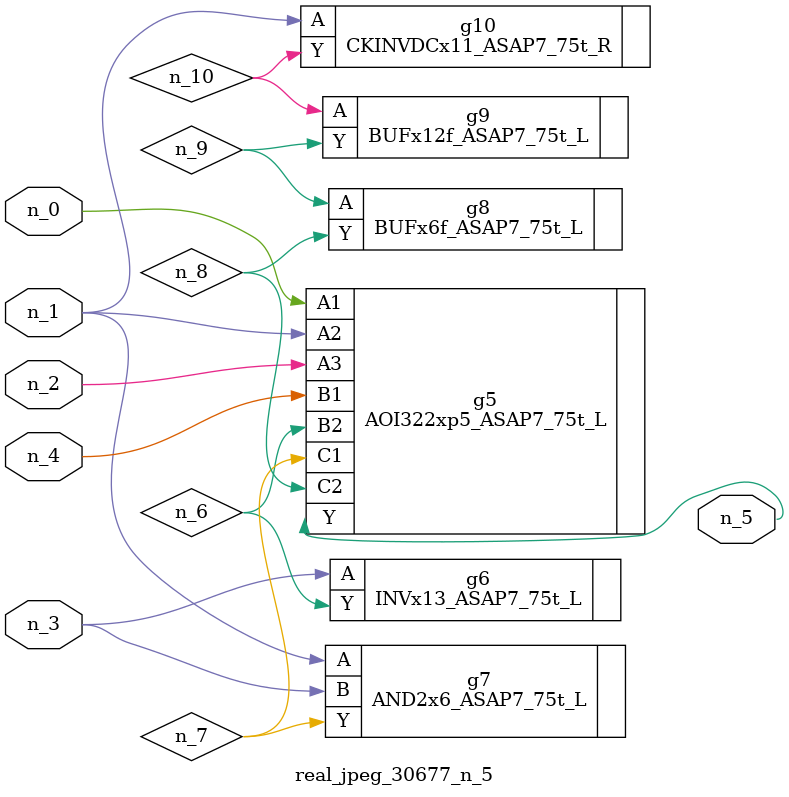
<source format=v>
module real_jpeg_30677_n_5 (n_4, n_0, n_1, n_2, n_3, n_5);

input n_4;
input n_0;
input n_1;
input n_2;
input n_3;

output n_5;

wire n_8;
wire n_6;
wire n_7;
wire n_10;
wire n_9;

AOI322xp5_ASAP7_75t_L g5 ( 
.A1(n_0),
.A2(n_1),
.A3(n_2),
.B1(n_4),
.B2(n_6),
.C1(n_7),
.C2(n_8),
.Y(n_5)
);

AND2x6_ASAP7_75t_L g7 ( 
.A(n_1),
.B(n_3),
.Y(n_7)
);

CKINVDCx11_ASAP7_75t_R g10 ( 
.A(n_1),
.Y(n_10)
);

INVx13_ASAP7_75t_L g6 ( 
.A(n_3),
.Y(n_6)
);

BUFx6f_ASAP7_75t_L g8 ( 
.A(n_9),
.Y(n_8)
);

BUFx12f_ASAP7_75t_L g9 ( 
.A(n_10),
.Y(n_9)
);


endmodule
</source>
